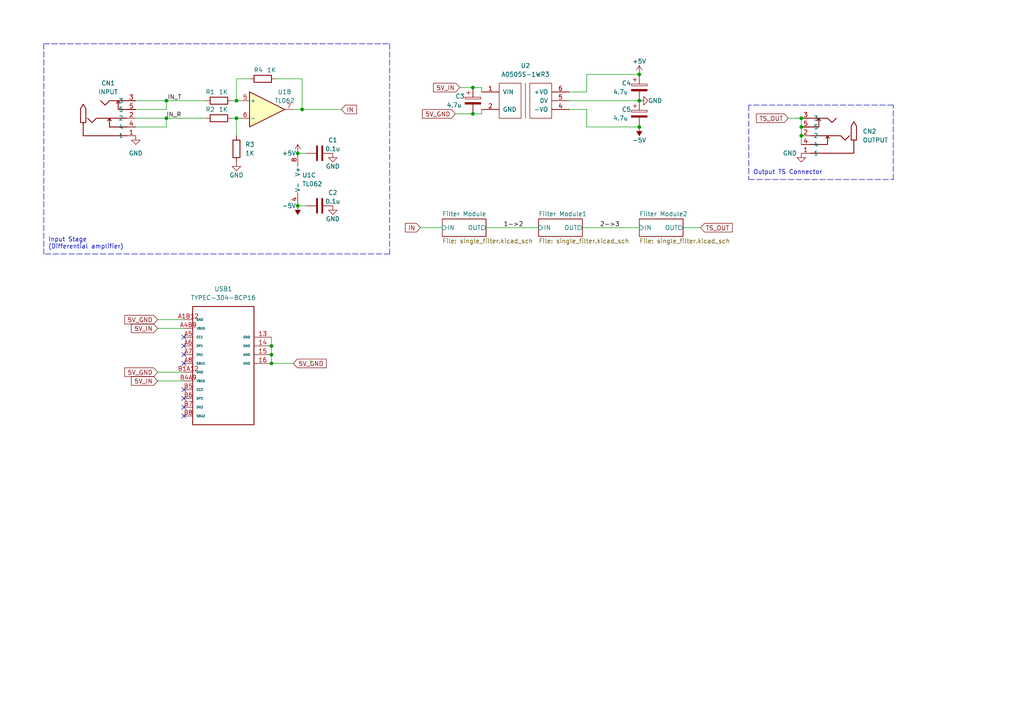
<source format=kicad_sch>
(kicad_sch (version 20211123) (generator eeschema)
  (paper "A4")
  (lib_symbols
    (symbol "Amplifier_Operational:TL062" (pin_names (offset 0.127))
      (property "Reference" "U" (at 0 5.08 0))
      (property "Value" "TL062" (at 0 -5.08 0))
      (symbol "TL062_1_1"
        (polyline (pts (xy -5.08 5.08) (xy 5.08 0) (xy -5.08 -5.08) (xy -5.08 5.08)) (stroke (width 0.254)) (fill (type background)))
        (pin output line (at 7.62 0 180) (length 2.54) (name "~") (number "1"))
        (pin input line (at -7.62 -2.54 0) (length 2.54) (name "-") (number "2"))
        (pin input line (at -7.62 2.54 0) (length 2.54) (name "+") (number "3"))
      )
      (symbol "TL062_2_1"
        (polyline (pts (xy -5.08 5.08) (xy 5.08 0) (xy -5.08 -5.08) (xy -5.08 5.08)) (stroke (width 0.254)) (fill (type background)))
        (pin input line (at -7.62 2.54 0) (length 2.54) (name "+") (number "5"))
        (pin input line (at -7.62 -2.54 0) (length 2.54) (name "-") (number "6"))
        (pin output line (at 7.62 0 180) (length 2.54) (name "~") (number "7"))
      )
      (symbol "TL062_3_1"
        (pin power_in line (at -2.54 -7.62 90) (length 3.81) (name "V-") (number "4"))
        (pin power_in line (at -2.54 7.62 270) (length 3.81) (name "V+") (number "8"))
      )
    )
    (symbol "Device:C" (pin_numbers hide) (pin_names (offset 0.254))
      (property "Reference" "C" (at 0.635 2.54 0))
      (property "Value" "C" (at 0.635 -2.54 0))
      (symbol "C_0_1"
        (polyline (pts (xy -2.032 -0.762) (xy 2.032 -0.762)) (stroke (width 0.508)))
        (polyline (pts (xy -2.032 0.762) (xy 2.032 0.762)) (stroke (width 0.508)))
      )
      (symbol "C_1_1"
        (pin passive line (at 0 3.81 270) (length 2.794) (name "~") (number "1"))
        (pin passive line (at 0 -3.81 90) (length 2.794) (name "~") (number "2"))
      )
    )
    (symbol "Device:C_Polarized" (pin_numbers hide) (pin_names (offset 0.254))
      (property "Reference" "C" (at 0.635 2.54 0))
      (property "Value" "C_Polarized" (at 0.635 -2.54 0))
      (symbol "C_Polarized_0_1"
        (rectangle (start -2.286 0.508) (end 2.286 1.016))
        (polyline (pts (xy -1.778 2.286) (xy -0.762 2.286)))
        (polyline (pts (xy -1.27 2.794) (xy -1.27 1.778)))
        (rectangle (start 2.286 -0.508) (end -2.286 -1.016) (fill (type outline)))
      )
      (symbol "C_Polarized_1_1"
        (pin passive line (at 0 3.81 270) (length 2.794) (name "~") (number "1"))
        (pin passive line (at 0 -3.81 90) (length 2.794) (name "~") (number "2"))
      )
    )
    (symbol "Device:R" (pin_numbers hide) (pin_names (offset 0))
      (property "Reference" "R" (at 2.032 0 90))
      (property "Value" "R" (at 0 0 90))
      (symbol "R_0_1"
        (rectangle (start -1.016 -2.54) (end 1.016 2.54) (stroke (width 0.254)))
      )
      (symbol "R_1_1"
        (pin passive line (at 0 3.81 270) (length 1.27) (name "~") (number "1"))
        (pin passive line (at 0 -3.81 90) (length 1.27) (name "~") (number "2"))
      )
    )
    (symbol "LCSC:A0505S-1WR3" (pin_names (offset 1.016))
      (property "Reference" "U?" (at -1.27 8.89 0))
      (property "Value" "A0505S-1WR3" (at -7.62 6.35 0))
      (symbol "A0505S-1WR3_0_1"
        (rectangle (start -7.62 5.08) (end -1.27 -5.08))
        (polyline (pts (xy 0 5.08) (xy 0 -5.08)))
        (rectangle (start 1.27 5.08) (end 7.62 -5.08))
      )
      (symbol "A0505S-1WR3_1_0"
        (pin input line (at -12.7 2.54 0) (length 5.08) (name "VIN") (number "1"))
        (pin passive line (at -12.7 -2.54 0) (length 5.08) (name "GND") (number "2"))
        (pin output line (at 12.7 -2.54 180) (length 5.08) (name "-VO") (number "4"))
        (pin passive line (at 12.7 0 180) (length 5.08) (name "0V") (number "5"))
        (pin output line (at 12.7 2.54 180) (length 5.08) (name "+VO") (number "6"))
      )
    )
    (symbol "LCSC:CK6.35-3-14-18LF" (pin_names (offset 1.016))
      (property "Reference" "CN" (at 0 1.27 0))
      (property "Value" "CK6.35-3-14-18LF" (at 0 -1.27 0))
      (symbol "CK6.35-3-14-18LF_0_0"
        (polyline (pts (xy -5.08 0) (xy -5.588 -0.762)) (stroke (width 0.254)))
        (polyline (pts (xy -5.08 0) (xy -4.572 -0.762)) (stroke (width 0.254)))
        (polyline (pts (xy -2.54 5.08) (xy -3.048 4.318)) (stroke (width 0.254)))
        (polyline (pts (xy -2.54 5.08) (xy -2.032 4.318)) (stroke (width 0.254)))
        (polyline (pts (xy 0 -5.08) (xy -5.08 -5.08)) (stroke (width 0.254)))
        (polyline (pts (xy 0 -2.54) (xy -5.08 -2.54) (xy -5.08 0)) (stroke (width 0.254)))
        (polyline (pts (xy 2.54 2.54) (xy -2.54 2.54) (xy -2.54 5.08)) (stroke (width 0.254)))
        (polyline (pts (xy 0 0) (xy -8.89 0) (xy -10.16 -1.27) (xy -11.43 0)) (stroke (width 0.254)))
        (polyline (pts (xy 2.54 5.08) (xy -5.08 5.08) (xy -6.35 3.81) (xy -7.62 5.08)) (stroke (width 0.254)))
        (polyline (pts (xy -5.08 -5.08) (xy -12.7 -5.08) (xy -12.7 -1.27) (xy -11.938 -1.27) (xy -13.462 -1.27) (xy -13.462 2.794) (xy -12.7 4.064) (xy -11.938 2.794) (xy -11.938 -1.27)) (stroke (width 0.254)))
      )
      (symbol "CK6.35-3-14-18LF_1_0"
        (pin input line (at 2.54 -5.08 180) (length 2.54) (name "1") (number "1"))
        (pin input line (at 2.54 0 180) (length 2.54) (name "2") (number "2"))
        (pin input line (at 2.54 5.08 180) (length 2.54) (name "3") (number "3"))
        (pin input line (at 2.54 -2.54 180) (length 2.54) (name "4") (number "4"))
        (pin input line (at 2.54 2.54 180) (length 2.54) (name "5") (number "5"))
      )
    )
    (symbol "LCSC:TYPEC-304-BCP16" (pin_names (offset 1.016))
      (property "Reference" "USB" (at 0 1.27 0))
      (property "Value" "TYPEC-304-BCP16" (at 0 -1.27 0))
      (symbol "TYPEC-304-BCP16_0_0"
        (rectangle (start -10.16 16.51) (end 7.62 -17.78) (stroke (width 0.254)))
      )
      (symbol "TYPEC-304-BCP16_1_0"
        (pin unspecified line (at 12.7 7.62 180) (length 5.08) (name "GND") (number "13"))
        (pin unspecified line (at 12.7 5.08 180) (length 5.08) (name "GND") (number "14"))
        (pin unspecified line (at 12.7 2.54 180) (length 5.08) (name "GND") (number "15"))
        (pin unspecified line (at 12.7 0 180) (length 5.08) (name "GND") (number "16"))
        (pin unspecified line (at -12.7 12.7 0) (length 2.54) (name "GND") (number "A1B12"))
        (pin unspecified line (at -12.7 10.16 0) (length 2.54) (name "VBUS") (number "A4B9"))
        (pin unspecified line (at -12.7 7.62 0) (length 2.54) (name "CC1") (number "A5"))
        (pin unspecified line (at -12.7 5.08 0) (length 2.54) (name "DP1") (number "A6"))
        (pin unspecified line (at -12.7 2.54 0) (length 2.54) (name "DN1") (number "A7"))
        (pin unspecified line (at -12.7 0 0) (length 2.54) (name "SBU1") (number "A8"))
        (pin unspecified line (at -12.7 -2.54 0) (length 2.54) (name "GND") (number "B1A12"))
        (pin unspecified line (at -12.7 -5.08 0) (length 2.54) (name "VBUS") (number "B4A9"))
        (pin unspecified line (at -12.7 -7.62 0) (length 2.54) (name "CC2") (number "B5"))
        (pin unspecified line (at -12.7 -10.16 0) (length 2.54) (name "DP2") (number "B6"))
        (pin unspecified line (at -12.7 -12.7 0) (length 2.54) (name "DN2") (number "B7"))
        (pin unspecified line (at -12.7 -15.24 0) (length 2.54) (name "SBU2") (number "B8"))
      )
    )
    (symbol "power:+5V" (power) (pin_names (offset 0))
      (property "Value" "+5V" (at 0 3.556 0))
      (symbol "+5V_0_1"
        (polyline (pts (xy -0.762 1.27) (xy 0 2.54)))
        (polyline (pts (xy 0 0) (xy 0 2.54)))
        (polyline (pts (xy 0 2.54) (xy 0.762 1.27)))
      )
      (symbol "+5V_1_1"
        (pin power_in line (at 0 0 90) (length 0) hide (name "+5V") (number "1"))
      )
    )
    (symbol "power:-5V" (power) (pin_names (offset 0))
      (property "Value" "-5V" (at 0 3.81 0))
      (symbol "-5V_0_0"
        (pin power_in line (at 0 0 90) (length 0) hide (name "-5V") (number "1"))
      )
      (symbol "-5V_0_1"
        (polyline (pts (xy 0 0) (xy 0 1.27) (xy 0.762 1.27) (xy 0 2.54) (xy -0.762 1.27) (xy 0 1.27)) (fill (type outline)))
      )
    )
    (symbol "power:GND" (power) (pin_names (offset 0))
      (property "Value" "GND" (at 0 -3.81 0))
      (symbol "GND_0_1"
        (polyline (pts (xy 0 0) (xy 0 -1.27) (xy 1.27 -1.27) (xy 0 -2.54) (xy -1.27 -1.27) (xy 0 -1.27)))
      )
      (symbol "GND_1_1"
        (pin power_in line (at 0 0 270) (length 0) hide (name "GND") (number "1"))
      )
    )
  )
  (junction (at 78.74 100.33))
  (junction (at 68.58 34.29))
  (junction (at 86.36 44.45))
  (junction (at 232.41 36.83))
  (junction (at 185.42 21.59))
  (junction (at 78.74 102.87))
  (junction (at 68.58 29.21))
  (junction (at 137.16 33.02))
  (junction (at 48.26 29.21))
  (junction (at 185.42 36.83))
  (junction (at 78.74 105.41))
  (junction (at 48.26 34.29))
  (junction (at 232.41 34.29))
  (junction (at 87.63 31.75))
  (junction (at 185.42 29.21))
  (junction (at 86.36 59.69))
  (junction (at 232.41 39.37))
  (junction (at 137.16 25.4))
  (no_connect (at 53.34 115.57))
  (no_connect (at 53.34 118.11))
  (no_connect (at 53.34 120.65))
  (no_connect (at 53.34 105.41))
  (no_connect (at 53.34 113.03))
  (no_connect (at 53.34 102.87))
  (no_connect (at 53.34 97.79))
  (no_connect (at 53.34 100.33))
  (wire (pts (xy 85.09 105.41) (xy 78.74 105.41)))
  (wire (pts (xy 121.92 66.04) (xy 128.27 66.04)))
  (wire (pts (xy 170.18 31.75) (xy 165.1 31.75)))
  (polyline (pts (xy 113.03 73.66) (xy 12.7 73.66)))
  (wire (pts (xy 198.12 66.04) (xy 203.2 66.04)))
  (polyline (pts (xy 217.17 52.07) (xy 259.08 52.07)))
  (wire (pts (xy 48.26 34.29) (xy 48.26 36.83)))
  (wire (pts (xy 137.16 33.02) (xy 139.7 33.02)))
  (wire (pts (xy 68.58 29.21) (xy 69.85 29.21)))
  (wire (pts (xy 48.26 31.75) (xy 39.37 31.75)))
  (wire (pts (xy 87.63 22.86) (xy 80.01 22.86)))
  (polyline (pts (xy 12.7 12.7) (xy 113.03 12.7)))
  (polyline (pts (xy 259.08 52.07) (xy 259.08 30.48)))
  (wire (pts (xy 88.9 44.45) (xy 86.36 44.45)))
  (wire (pts (xy 39.37 36.83) (xy 48.26 36.83)))
  (wire (pts (xy 85.09 31.75) (xy 87.63 31.75)))
  (wire (pts (xy 168.91 66.04) (xy 185.42 66.04)))
  (wire (pts (xy 39.37 34.29) (xy 48.26 34.29)))
  (wire (pts (xy 45.72 110.49) (xy 53.34 110.49)))
  (wire (pts (xy 133.35 25.4) (xy 137.16 25.4)))
  (wire (pts (xy 137.16 25.4) (xy 139.7 25.4)))
  (wire (pts (xy 48.26 29.21) (xy 48.26 31.75)))
  (wire (pts (xy 170.18 36.83) (xy 185.42 36.83)))
  (wire (pts (xy 68.58 39.37) (xy 68.58 34.29)))
  (wire (pts (xy 45.72 107.95) (xy 53.34 107.95)))
  (polyline (pts (xy 259.08 30.48) (xy 217.17 30.48)))
  (wire (pts (xy 67.31 29.21) (xy 68.58 29.21)))
  (polyline (pts (xy 217.17 30.48) (xy 217.17 52.07)))
  (wire (pts (xy 232.41 36.83) (xy 232.41 39.37)))
  (polyline (pts (xy 113.03 12.7) (xy 113.03 73.66)))
  (wire (pts (xy 139.7 33.02) (xy 139.7 31.75)))
  (wire (pts (xy 78.74 102.87) (xy 78.74 105.41)))
  (wire (pts (xy 48.26 34.29) (xy 59.69 34.29)))
  (wire (pts (xy 53.34 92.71) (xy 45.72 92.71)))
  (wire (pts (xy 140.97 66.04) (xy 156.21 66.04)))
  (wire (pts (xy 165.1 29.21) (xy 185.42 29.21)))
  (wire (pts (xy 68.58 22.86) (xy 68.58 29.21)))
  (wire (pts (xy 228.6 34.29) (xy 232.41 34.29)))
  (wire (pts (xy 48.26 29.21) (xy 59.69 29.21)))
  (wire (pts (xy 87.63 31.75) (xy 99.06 31.75)))
  (wire (pts (xy 132.08 33.02) (xy 137.16 33.02)))
  (wire (pts (xy 170.18 31.75) (xy 170.18 36.83)))
  (wire (pts (xy 139.7 25.4) (xy 139.7 26.67)))
  (wire (pts (xy 90.17 104.6252) (xy 89.8091 104.6252)))
  (wire (pts (xy 170.18 21.59) (xy 185.42 21.59)))
  (wire (pts (xy 87.63 31.75) (xy 87.63 22.86)))
  (wire (pts (xy 232.41 39.37) (xy 232.41 41.91)))
  (wire (pts (xy 88.9 59.69) (xy 86.36 59.69)))
  (polyline (pts (xy 12.7 12.7) (xy 12.7 73.66)))
  (wire (pts (xy 78.74 100.33) (xy 78.74 102.87)))
  (wire (pts (xy 68.58 34.29) (xy 69.85 34.29)))
  (wire (pts (xy 78.74 97.79) (xy 78.74 100.33)))
  (wire (pts (xy 45.72 95.25) (xy 53.34 95.25)))
  (wire (pts (xy 170.18 26.67) (xy 165.1 26.67)))
  (wire (pts (xy 72.39 22.86) (xy 68.58 22.86)))
  (wire (pts (xy 170.18 26.67) (xy 170.18 21.59)))
  (wire (pts (xy 232.41 34.29) (xy 232.41 36.83)))
  (wire (pts (xy 90.17 105.41) (xy 90.17 104.6252)))
  (wire (pts (xy 39.37 29.21) (xy 48.26 29.21)))
  (wire (pts (xy 68.58 34.29) (xy 67.31 34.29)))
  (text "Input Stage\n(Differential amplifier)" (at 13.97 72.39 0) (effects (font (size 1.27 1.27)) (justify left bottom)))
  (text "Output TS Connector\n" (at 218.44 50.8 0) (effects (font (size 1.27 1.27)) (justify left bottom)))
  (label "1->2" (at 146.05 66.04 0))
  (label "2->3" (at 173.99 66.04 0))
  (label "IN_R" (at 48.26 34.29 0))
  (label "IN_T" (at 48.5928 29.21 0))
  (global_label "5V_IN" (shape input) (at 45.72 95.25 180) (property "Intersheet References" "${INTERSHEET_REFS}" (effects hide)))
  (global_label "5V_IN" (shape input) (at 45.72 110.49 180) (property "Intersheet References" "${INTERSHEET_REFS}" (effects hide)))
  (global_label "5V_IN" (shape input) (at 133.35 25.4 180) (property "Intersheet References" "${INTERSHEET_REFS}" (effects hide)))
  (global_label "5V_GND" (shape input) (at 45.72 92.71 180) (property "Intersheet References" "${INTERSHEET_REFS}" (effects hide)))
  (global_label "TS_OUT" (shape input) (at 203.2 66.04 0) (property "Intersheet References" "${INTERSHEET_REFS}" (effects hide)))
  (global_label "5V_GND" (shape input) (at 85.09 105.41 0) (property "Intersheet References" "${INTERSHEET_REFS}" (effects hide)))
  (global_label "IN" (shape input) (at 121.92 66.04 180) (property "Intersheet References" "${INTERSHEET_REFS}" (effects hide)))
  (global_label "5V_GND" (shape input) (at 45.72 107.95 180) (property "Intersheet References" "${INTERSHEET_REFS}" (effects hide)))
  (global_label "IN" (shape input) (at 99.06 31.75 0) (property "Intersheet References" "${INTERSHEET_REFS}" (effects hide)))
  (global_label "TS_OUT" (shape input) (at 228.6 34.29 180) (property "Intersheet References" "${INTERSHEET_REFS}" (effects hide)))
  (global_label "5V_GND" (shape input) (at 132.08 33.02 180) (property "Intersheet References" "${INTERSHEET_REFS}" (effects hide)))
  (symbol (lib_id "Device:C") (at 92.71 59.69 90) (unit 1)
    (property "Reference" "C2" (at 96.52 55.88 90))
    (property "Value" "0.1u" (at 96.52 58.42 90))
    (property "Footprint" "Capacitor_SMD:C_0603_1608Metric_Pad1.08x0.95mm_HandSolder" (effects hide))
    (property "Datasheet" "https://lcsc.com/product-detail/Multilayer-Ceramic-Capacitors-MLCC-SMD-SMT_CCTC-TCC0603X7R104K500CT_C282519.html" (effects hide))
  )
  (symbol (lib_id "Device:C") (at 92.71 44.45 90) (unit 1)
    (property "Reference" "C1" (at 96.52 40.64 90))
    (property "Value" "0.1u" (at 96.52 43.18 90))
    (property "Footprint" "Capacitor_SMD:C_0603_1608Metric_Pad1.08x0.95mm_HandSolder" (effects hide))
    (property "Datasheet" "https://lcsc.com/product-detail/Multilayer-Ceramic-Capacitors-MLCC-SMD-SMT_CCTC-TCC0603X7R104K500CT_C282519.html" (effects hide))
  )
  (symbol (lib_id "power:GND") (at 39.37 39.37 0) (unit 1)
    (property "Reference" "#PWR0101" (effects hide))
    (property "Value" "GND" (at 39.37 44.45 0))
  )
  (symbol (lib_id "Amplifier_Operational:TL062") (at 77.47 31.75 0) (unit 2)
    (property "Reference" "U1" (at 82.55 26.67 0))
    (property "Value" "TL062" (at 82.55 29.21 0))
    (property "Footprint" "Package_SO:SOIC-8_3.9x4.9mm_P1.27mm" (effects hide))
    (property "Datasheet" "http://www.ti.com/lit/ds/symlink/tl061.pdf" (effects hide))
    (property "LCSC" "C67471" (effects hide))
  )
  (symbol (lib_id "Amplifier_Operational:TL062") (at 88.9 52.07 0) (unit 3)
    (property "Reference" "U1" (at 87.63 50.7999 0) (effects (justify left)))
    (property "Value" "TL062" (at 87.63 53.3399 0) (effects (justify left)))
    (property "Footprint" "Package_SO:SOIC-8_3.9x4.9mm_P1.27mm" (effects hide))
    (property "Datasheet" "http://www.ti.com/lit/ds/symlink/tl061.pdf" (effects hide))
  )
  (symbol (lib_id "Device:C_Polarized") (at 185.42 33.02 0) (unit 1)
    (property "Reference" "C5" (at 180.34 31.75 0) (effects (justify left)))
    (property "Value" "4.7u" (at 177.8 34.29 0) (effects (justify left)))
    (property "Footprint" "Capacitor_SMD:CP_Elec_4x5.4" (effects hide))
    (property "Datasheet" "https://lcsc.com/product-detail/Aluminum-Electrolytic-Capacitors-SMD_ROQANG-RVT1V4R7M0405_C72511.html" (effects hide))
  )
  (symbol (lib_id "power:-5V") (at 185.42 36.83 180) (unit 1)
    (property "Reference" "#PWR0109" (effects hide))
    (property "Value" "-5V" (at 185.42 40.64 0))
  )
  (symbol (lib_id "LCSC:TYPEC-304-BCP16") (at 66.04 105.41 0) (unit 1)
    (property "Reference" "USB1" (at 64.77 83.82 0))
    (property "Value" "TYPEC-304-BCP16" (at 64.77 86.36 0))
    (property "Footprint" "LCSC:USB-C-SMD_TYPEC-304-BCP16" (effects hide))
    (property "Datasheet" "https://lcsc.com/eda_search?q=C720629" (effects hide))
  )
  (symbol (lib_id "power:GND") (at 185.42 29.21 90) (unit 1)
    (property "Reference" "#PWR0107" (effects hide))
    (property "Value" "GND" (at 187.96 29.21 90) (effects (justify right)))
  )
  (symbol (lib_id "Device:R") (at 63.5 29.21 90) (unit 1)
    (property "Reference" "R1" (at 60.96 26.67 90))
    (property "Value" "1K" (at 64.77 26.67 90))
    (property "Footprint" "Resistor_SMD:R_0603_1608Metric_Pad0.98x0.95mm_HandSolder" (effects hide))
    (property "Datasheet" "https://lcsc.com/eda_search?q=C193679" (effects hide))
    (property "LCSC_PN" "C193679" (effects hide))
  )
  (symbol (lib_id "LCSC:A0505S-1WR3") (at 152.4 29.21 0) (unit 1)
    (property "Reference" "U2" (at 152.4 19.05 0))
    (property "Value" "A0505S-1WR3" (at 152.4 21.59 0))
    (property "Footprint" "LCSC:PWRM-TH_A05XXS-1WR3" (effects hide))
  )
  (symbol (lib_id "power:+5V") (at 185.42 21.59 0) (unit 1)
    (property "Reference" "#PWR0110" (effects hide))
    (property "Value" "+5V" (at 185.42 17.78 0))
  )
  (symbol (lib_id "power:GND") (at 96.52 59.69 0) (unit 1)
    (property "Reference" "#PWR0105" (effects hide))
    (property "Value" "GND" (at 96.52 63.5 0))
  )
  (symbol (lib_id "Device:R") (at 76.2 22.86 90) (mirror x) (unit 1)
    (property "Reference" "R4" (at 74.93 20.32 90))
    (property "Value" "1K" (at 78.74 20.32 90))
    (property "Footprint" "Resistor_SMD:R_0603_1608Metric_Pad0.98x0.95mm_HandSolder" (effects hide))
    (property "Datasheet" "https://lcsc.com/eda_search?q=C193679" (effects hide))
    (property "LCSC_PN" "C193679" (effects hide))
  )
  (symbol (lib_id "Device:R") (at 68.58 43.18 180) (unit 1)
    (property "Reference" "R3" (at 71.12 41.9099 0) (effects (justify right)))
    (property "Value" "1K" (at 71.12 44.4499 0) (effects (justify right)))
    (property "Footprint" "Resistor_SMD:R_0603_1608Metric_Pad0.98x0.95mm_HandSolder" (effects hide))
    (property "Datasheet" "https://lcsc.com/eda_search?q=C193679" (effects hide))
    (property "LCSC_PN" "C193679" (effects hide))
  )
  (symbol (lib_id "power:GND") (at 96.52 44.45 0) (unit 1)
    (property "Reference" "#PWR0102" (effects hide))
    (property "Value" "GND" (at 96.52 48.26 0))
  )
  (symbol (lib_id "LCSC:CK6.35-3-14-18LF") (at 234.95 39.37 0) (mirror y) (unit 1)
    (property "Reference" "CN2" (at 250.19 38.0999 0) (effects (justify right)))
    (property "Value" "OUTPUT" (at 250.19 40.6399 0) (effects (justify right)))
    (property "Footprint" "LCSC:AUDIO-TH_CK6.35-3-14-18LF" (effects hide))
  )
  (symbol (lib_id "power:GND") (at 68.58 46.99 0) (unit 1)
    (property "Reference" "#PWR0108" (effects hide))
    (property "Value" "GND" (at 68.58 50.8 0))
  )
  (symbol (lib_id "Device:C_Polarized") (at 185.42 25.4 0) (unit 1)
    (property "Reference" "C4" (at 180.34 24.13 0) (effects (justify left)))
    (property "Value" "4.7u" (at 177.8 26.67 0) (effects (justify left)))
    (property "Footprint" "Capacitor_SMD:CP_Elec_4x5.4" (effects hide))
    (property "Datasheet" "https://lcsc.com/product-detail/Aluminum-Electrolytic-Capacitors-SMD_ROQANG-RVT1V4R7M0405_C72511.html" (effects hide))
  )
  (symbol (lib_id "LCSC:CK6.35-3-14-18LF") (at 36.83 34.29 0) (unit 1)
    (property "Reference" "CN1" (at 31.369 24.13 0))
    (property "Value" "INPUT" (at 31.369 26.67 0))
    (property "Footprint" "LCSC:AUDIO-TH_CK6.35-3-14-18LF" (effects hide))
    (property "Datasheet" "C718062" (effects hide))
  )
  (symbol (lib_id "Device:R") (at 63.5 34.29 90) (unit 1)
    (property "Reference" "R2" (at 60.96 31.75 90))
    (property "Value" "1K" (at 64.77 31.75 90))
    (property "Footprint" "Resistor_SMD:R_0603_1608Metric_Pad0.98x0.95mm_HandSolder" (effects hide))
    (property "Datasheet" "https://lcsc.com/eda_search?q=C193679" (effects hide))
    (property "LCSC_PN" "C193679" (effects hide))
  )
  (symbol (lib_id "power:-5V") (at 86.36 59.69 180) (unit 1)
    (property "Reference" "#PWR0104" (effects hide))
    (property "Value" "-5V" (at 83.82 59.69 0))
  )
  (symbol (lib_id "power:GND") (at 232.41 44.45 0) (unit 1)
    (property "Reference" "#PWR0106" (effects hide))
    (property "Value" "GND" (at 231.14 44.45 0) (effects (justify right)))
  )
  (symbol (lib_id "power:+5V") (at 86.36 44.45 0) (unit 1)
    (property "Reference" "#PWR0103" (effects hide))
    (property "Value" "+5V" (at 83.82 44.45 0))
  )
  (symbol (lib_id "Device:C_Polarized") (at 137.16 29.21 0) (unit 1)
    (property "Reference" "C3" (at 132.08 27.94 0) (effects (justify left)))
    (property "Value" "4.7u" (at 129.54 30.48 0) (effects (justify left)))
    (property "Footprint" "Capacitor_SMD:CP_Elec_4x5.4" (effects hide))
    (property "Datasheet" "https://lcsc.com/product-detail/Aluminum-Electrolytic-Capacitors-SMD_ROQANG-RVT1V4R7M0405_C72511.html" (effects hide))
  )
  (sheet (at 128.27 63.5) (size 12.7 5.08) (stroke (width 0.1524))
    (property "Sheet name" "Filter Module" (at 128.27 62.7884 0) (effects (justify left bottom)))
    (property "Sheet file" "single_filter.kicad_sch" (at 128.27 69.1646 0) (effects (justify left top)))
    (pin "IN" input (at 128.27 66.04 180))
    (pin "OUT" output (at 140.97 66.04 0))
  )
  (sheet (at 185.42 63.5) (size 12.7 5.08) (stroke (width 0.1524))
    (property "Sheet name" "Filter Module2" (at 185.42 62.7884 0) (effects (justify left bottom)))
    (property "Sheet file" "single_filter.kicad_sch" (at 185.42 69.1646 0) (effects (justify left top)))
    (pin "IN" input (at 185.42 66.04 180))
    (pin "OUT" output (at 198.12 66.04 0))
  )
  (sheet (at 156.21 63.5) (size 12.7 5.08) (stroke (width 0.1524))
    (property "Sheet name" "Filter Module1" (at 156.21 62.7884 0) (effects (justify left bottom)))
    (property "Sheet file" "single_filter.kicad_sch" (at 156.21 69.1646 0) (effects (justify left top)))
    (pin "IN" input (at 156.21 66.04 180))
    (pin "OUT" output (at 168.91 66.04 0))
  )
)
</source>
